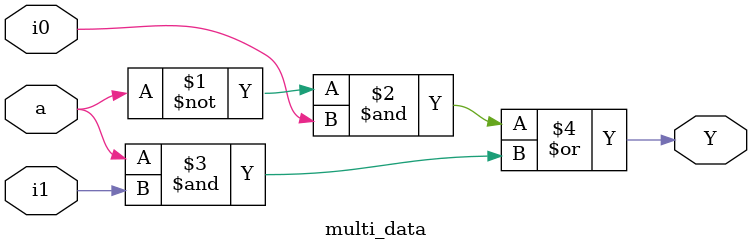
<source format=v>
module multi_data(Y,i0,i1,a);
output Y;
input i0, i1, a;
assign Y = ((~a&i0) | (a&i1));
endmodule
</source>
